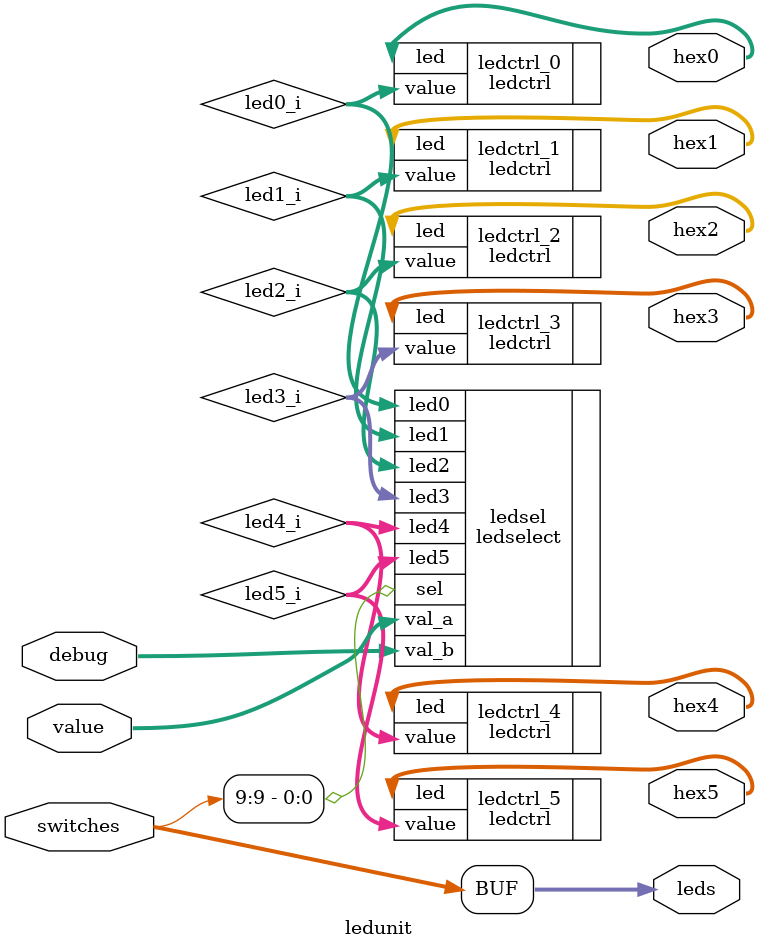
<source format=sv>

module ledunit(
  input [15:0] value,
  input [29:0] debug,
  input [9:0] switches,
  output bit [9:0] leds,
  output bit [7:0] hex5,
  output bit [7:0] hex4,
  output bit [7:0] hex3,
  output bit [7:0] hex2,
  output bit [7:0] hex1,
  output bit [7:0] hex0
  );
  
  assign leds = switches;
  
  // LED SELECTION
  wire [4:0] led5_i, led4_i, led3_i, led2_i, led1_i, led0_i;
  ledselect ledsel(
    .sel(switches[9]),
    .val_a(value),
    .val_b(debug),
    .led5(led5_i),
    .led4(led4_i),
    .led3(led3_i),
    .led2(led2_i),
    .led1(led1_i),
    .led0(led0_i)
  );

  //
  // hex5 - hex0 - either  contributions or sum
  ledctrl ledctrl_5(
    .value(led5_i),
    .led(hex5)
  );

  ledctrl ledctrl_4(
    .value(led4_i),
    .led(hex4)
  );

  ledctrl ledctrl_3(
    .value(led3_i),
    .led(hex3)
  );

  ledctrl ledctrl_2(
    .value(led2_i),
    .led(hex2)
  );

  ledctrl ledctrl_1(
    .value(led1_i),
    .led(hex1)
  );

  ledctrl ledctrl_0(
    .value(led0_i),
    .led(hex0)
  );
  
endmodule


</source>
